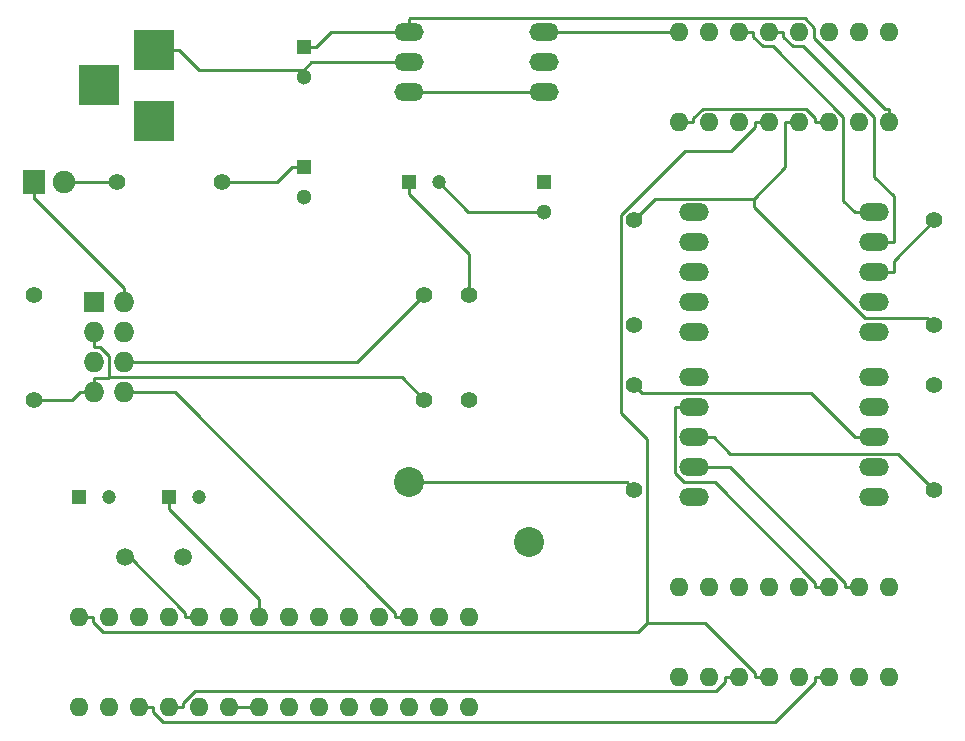
<source format=gbr>
G04 #@! TF.FileFunction,Copper,L1,Top,Signal*
%FSLAX46Y46*%
G04 Gerber Fmt 4.6, Leading zero omitted, Abs format (unit mm)*
G04 Created by KiCad (PCBNEW 4.0.2-stable) date Sunday, 21 August 2016 'amt' 04:24:01*
%MOMM*%
G01*
G04 APERTURE LIST*
%ADD10C,0.100000*%
%ADD11O,2.499360X1.501140*%
%ADD12R,3.500120X3.500120*%
%ADD13C,1.300000*%
%ADD14R,1.300000X1.300000*%
%ADD15R,1.200000X1.200000*%
%ADD16C,1.200000*%
%ADD17R,1.900000X2.000000*%
%ADD18C,1.900000*%
%ADD19O,2.524000X1.524000*%
%ADD20R,1.727200X1.727200*%
%ADD21O,1.727200X1.727200*%
%ADD22O,1.600000X1.600000*%
%ADD23C,1.397000*%
%ADD24C,2.540000*%
%ADD25C,1.501140*%
%ADD26C,0.250000*%
G04 APERTURE END LIST*
D10*
D11*
X92710000Y-77470000D03*
X92710000Y-74930000D03*
X92710000Y-80010000D03*
X104140000Y-77470000D03*
X104140000Y-74930000D03*
X104140000Y-80010000D03*
D12*
X71120000Y-82400140D03*
X71120000Y-76400660D03*
X66421000Y-79400400D03*
D13*
X83820000Y-78700000D03*
D14*
X83820000Y-76200000D03*
D13*
X83820000Y-88860000D03*
D14*
X83820000Y-86360000D03*
D15*
X92710000Y-87630000D03*
D16*
X95210000Y-87630000D03*
D13*
X104140000Y-90130000D03*
D14*
X104140000Y-87630000D03*
D15*
X64770000Y-114300000D03*
D16*
X67270000Y-114300000D03*
D15*
X72390000Y-114300000D03*
D16*
X74890000Y-114300000D03*
D17*
X60960000Y-87630000D03*
D18*
X63500000Y-87630000D03*
D19*
X116840000Y-90170000D03*
X116840000Y-92710000D03*
X116840000Y-95250000D03*
X116840000Y-97790000D03*
X116840000Y-100330000D03*
X132080000Y-100330000D03*
X132080000Y-97790000D03*
X132080000Y-95250000D03*
X132080000Y-92710000D03*
X132080000Y-90170000D03*
X116840000Y-104140000D03*
X116840000Y-106680000D03*
X116840000Y-109220000D03*
X116840000Y-111760000D03*
X116840000Y-114300000D03*
X132080000Y-114300000D03*
X132080000Y-111760000D03*
X132080000Y-109220000D03*
X132080000Y-106680000D03*
X132080000Y-104140000D03*
D20*
X66040000Y-97790000D03*
D21*
X68580000Y-97790000D03*
X66040000Y-100330000D03*
X68580000Y-100330000D03*
X66040000Y-102870000D03*
X68580000Y-102870000D03*
X66040000Y-105410000D03*
X68580000Y-105410000D03*
D22*
X97790000Y-124460000D03*
X95250000Y-124460000D03*
X92710000Y-124460000D03*
X90170000Y-124460000D03*
X87630000Y-124460000D03*
X85090000Y-124460000D03*
X82550000Y-124460000D03*
X80010000Y-124460000D03*
X77470000Y-124460000D03*
X74930000Y-124460000D03*
X72390000Y-124460000D03*
X69850000Y-124460000D03*
X67310000Y-124460000D03*
X64770000Y-124460000D03*
X64770000Y-132080000D03*
X67310000Y-132080000D03*
X69850000Y-132080000D03*
X72390000Y-132080000D03*
X74930000Y-132080000D03*
X77470000Y-132080000D03*
X80010000Y-132080000D03*
X82550000Y-132080000D03*
X85090000Y-132080000D03*
X87630000Y-132080000D03*
X90170000Y-132080000D03*
X92710000Y-132080000D03*
X95250000Y-132080000D03*
X97790000Y-132080000D03*
D23*
X67945000Y-87630000D03*
X76835000Y-87630000D03*
X97790000Y-97155000D03*
X97790000Y-106045000D03*
X137160000Y-99695000D03*
X137160000Y-90805000D03*
X111760000Y-90805000D03*
X111760000Y-99695000D03*
X111760000Y-113665000D03*
X111760000Y-104775000D03*
X137160000Y-104775000D03*
X137160000Y-113665000D03*
X93980000Y-106045000D03*
X93980000Y-97155000D03*
X60960000Y-97155000D03*
X60960000Y-106045000D03*
D22*
X133350000Y-74930000D03*
X130810000Y-74930000D03*
X128270000Y-74930000D03*
X125730000Y-74930000D03*
X123190000Y-74930000D03*
X120650000Y-74930000D03*
X118110000Y-74930000D03*
X115570000Y-74930000D03*
X115570000Y-82550000D03*
X118110000Y-82550000D03*
X120650000Y-82550000D03*
X123190000Y-82550000D03*
X125730000Y-82550000D03*
X128270000Y-82550000D03*
X130810000Y-82550000D03*
X133350000Y-82550000D03*
X133350000Y-121920000D03*
X130810000Y-121920000D03*
X128270000Y-121920000D03*
X125730000Y-121920000D03*
X123190000Y-121920000D03*
X120650000Y-121920000D03*
X118110000Y-121920000D03*
X115570000Y-121920000D03*
X115570000Y-129540000D03*
X118110000Y-129540000D03*
X120650000Y-129540000D03*
X123190000Y-129540000D03*
X125730000Y-129540000D03*
X128270000Y-129540000D03*
X130810000Y-129540000D03*
X133350000Y-129540000D03*
D24*
X102870000Y-118110000D03*
X92710000Y-113030000D03*
D25*
X73560940Y-119380000D03*
X68679060Y-119380000D03*
D26*
X115570000Y-74930000D02*
X104140000Y-74930000D01*
X61034200Y-89005300D02*
X60960000Y-89005300D01*
X68580000Y-96551100D02*
X61034200Y-89005300D01*
X68580000Y-97790000D02*
X68580000Y-96551100D01*
X60960000Y-87630000D02*
X60960000Y-89005300D01*
X71120000Y-76400700D02*
X73245400Y-76400700D01*
X83820000Y-78085000D02*
X83820000Y-78700000D01*
X84435000Y-77470000D02*
X83820000Y-78085000D01*
X92710000Y-77470000D02*
X84435000Y-77470000D01*
X74929700Y-78085000D02*
X73245400Y-76400700D01*
X83820000Y-78085000D02*
X74929700Y-78085000D01*
X80010000Y-122895300D02*
X72390000Y-115275300D01*
X80010000Y-124460000D02*
X80010000Y-122895300D01*
X72390000Y-114300000D02*
X72390000Y-115275300D01*
X97710000Y-90130000D02*
X95210000Y-87630000D01*
X104140000Y-90130000D02*
X97710000Y-90130000D01*
X111125000Y-113030000D02*
X111760000Y-113665000D01*
X92710000Y-113030000D02*
X111125000Y-113030000D01*
X125730000Y-82550000D02*
X124554700Y-82550000D01*
X113554700Y-89010300D02*
X121866000Y-89010300D01*
X111760000Y-90805000D02*
X113554700Y-89010300D01*
X124554700Y-86321600D02*
X121866000Y-89010300D01*
X124554700Y-82550000D02*
X124554700Y-86321600D01*
X136583600Y-99118600D02*
X137160000Y-99695000D01*
X131267300Y-99118600D02*
X136583600Y-99118600D01*
X121866000Y-89717300D02*
X131267300Y-99118600D01*
X121866000Y-89010300D02*
X121866000Y-89717300D01*
X86115300Y-74930000D02*
X84845300Y-76200000D01*
X92710000Y-74930000D02*
X86115300Y-74930000D01*
X83820000Y-76200000D02*
X84845300Y-76200000D01*
X92765300Y-73748800D02*
X92710000Y-73804100D01*
X126230100Y-73748800D02*
X92765300Y-73748800D01*
X127000000Y-74518700D02*
X126230100Y-73748800D01*
X127000000Y-75392000D02*
X127000000Y-74518700D01*
X132982700Y-81374700D02*
X127000000Y-75392000D01*
X133350000Y-81374700D02*
X132982700Y-81374700D01*
X133350000Y-82550000D02*
X133350000Y-81374700D01*
X92710000Y-74930000D02*
X92710000Y-73804100D01*
X81524700Y-87630000D02*
X82794700Y-86360000D01*
X76835000Y-87630000D02*
X81524700Y-87630000D01*
X83820000Y-86360000D02*
X82794700Y-86360000D01*
X80010000Y-132080000D02*
X77470000Y-132080000D01*
X104140000Y-80010000D02*
X92710000Y-80010000D01*
X97790000Y-93685300D02*
X92710000Y-88605300D01*
X97790000Y-97155000D02*
X97790000Y-93685300D01*
X92710000Y-87630000D02*
X92710000Y-88605300D01*
X66040000Y-105410000D02*
X66040000Y-104171100D01*
X66040000Y-100330000D02*
X66040000Y-101568900D01*
X66553400Y-101568900D02*
X66040000Y-101568900D01*
X67310000Y-102325500D02*
X66553400Y-101568900D01*
X67310000Y-104140000D02*
X67310000Y-102325500D01*
X67278900Y-104171100D02*
X67310000Y-104140000D01*
X66040000Y-104171100D02*
X67278900Y-104171100D01*
X92075000Y-104140000D02*
X93980000Y-106045000D01*
X67310000Y-104140000D02*
X92075000Y-104140000D01*
X64166100Y-106045000D02*
X64801100Y-105410000D01*
X60960000Y-106045000D02*
X64166100Y-106045000D01*
X66040000Y-105410000D02*
X64801100Y-105410000D01*
X73754700Y-124093600D02*
X73754700Y-124460000D01*
X69041100Y-119380000D02*
X73754700Y-124093600D01*
X68679100Y-119380000D02*
X69041100Y-119380000D01*
X74930000Y-124460000D02*
X73754700Y-124460000D01*
X67945000Y-87630000D02*
X63500000Y-87630000D01*
X133717300Y-94247700D02*
X133717300Y-95250000D01*
X137160000Y-90805000D02*
X133717300Y-94247700D01*
X132080000Y-95250000D02*
X133717300Y-95250000D01*
X133717300Y-88792000D02*
X133717300Y-92710000D01*
X132080000Y-87154700D02*
X133717300Y-88792000D01*
X132080000Y-82132700D02*
X132080000Y-87154700D01*
X126052600Y-76105300D02*
X132080000Y-82132700D01*
X125173200Y-76105300D02*
X126052600Y-76105300D01*
X124365300Y-75297400D02*
X125173200Y-76105300D01*
X124365300Y-74930000D02*
X124365300Y-75297400D01*
X123190000Y-74930000D02*
X124365300Y-74930000D01*
X132080000Y-92710000D02*
X133717300Y-92710000D01*
X129453300Y-89180600D02*
X130442700Y-90170000D01*
X129453300Y-82059500D02*
X129453300Y-89180600D01*
X123499100Y-76105300D02*
X129453300Y-82059500D01*
X122633200Y-76105300D02*
X123499100Y-76105300D01*
X121825300Y-75297400D02*
X122633200Y-76105300D01*
X121825300Y-74930000D02*
X121825300Y-75297400D01*
X120650000Y-74930000D02*
X121825300Y-74930000D01*
X132080000Y-90170000D02*
X130442700Y-90170000D01*
X115202700Y-112232900D02*
X115202700Y-106680000D01*
X115999800Y-113030000D02*
X115202700Y-112232900D01*
X118572000Y-113030000D02*
X115999800Y-113030000D01*
X127094700Y-121552700D02*
X118572000Y-113030000D01*
X127094700Y-121920000D02*
X127094700Y-121552700D01*
X128270000Y-121920000D02*
X127094700Y-121920000D01*
X116840000Y-106680000D02*
X115202700Y-106680000D01*
X119879900Y-110622600D02*
X118477300Y-109220000D01*
X134117600Y-110622600D02*
X119879900Y-110622600D01*
X137160000Y-113665000D02*
X134117600Y-110622600D01*
X116840000Y-109220000D02*
X118477300Y-109220000D01*
X119842000Y-111760000D02*
X116840000Y-111760000D01*
X129634700Y-121552700D02*
X119842000Y-111760000D01*
X129634700Y-121920000D02*
X129634700Y-121552700D01*
X130810000Y-121920000D02*
X129634700Y-121920000D01*
X126691400Y-105468700D02*
X130442700Y-109220000D01*
X112453700Y-105468700D02*
X126691400Y-105468700D01*
X111760000Y-104775000D02*
X112453700Y-105468700D01*
X132080000Y-109220000D02*
X130442700Y-109220000D01*
X88265000Y-102870000D02*
X68580000Y-102870000D01*
X93980000Y-97155000D02*
X88265000Y-102870000D01*
X72852000Y-105410000D02*
X68580000Y-105410000D01*
X91534700Y-124092700D02*
X72852000Y-105410000D01*
X91534700Y-124460000D02*
X91534700Y-124092700D01*
X92710000Y-124460000D02*
X91534700Y-124460000D01*
X123190000Y-129540000D02*
X122014700Y-129540000D01*
X64770000Y-124460000D02*
X65945300Y-124460000D01*
X117746600Y-124904500D02*
X112865800Y-124904500D01*
X122014700Y-129172600D02*
X117746600Y-124904500D01*
X122014700Y-129540000D02*
X122014700Y-129172600D01*
X65945300Y-124825300D02*
X65945300Y-124460000D01*
X66774800Y-125654800D02*
X65945300Y-124825300D01*
X112115500Y-125654800D02*
X66774800Y-125654800D01*
X112865800Y-124904500D02*
X112115500Y-125654800D01*
X122014700Y-82915300D02*
X122014700Y-82550000D01*
X119971000Y-84959000D02*
X122014700Y-82915300D01*
X116075800Y-84959000D02*
X119971000Y-84959000D01*
X110639500Y-90395300D02*
X116075800Y-84959000D01*
X110639500Y-107110600D02*
X110639500Y-90395300D01*
X112865800Y-109336900D02*
X110639500Y-107110600D01*
X112865800Y-124904500D02*
X112865800Y-109336900D01*
X123190000Y-82550000D02*
X122014700Y-82550000D01*
X116745300Y-82184700D02*
X116745300Y-82550000D01*
X117555300Y-81374700D02*
X116745300Y-82184700D01*
X126286800Y-81374700D02*
X117555300Y-81374700D01*
X127094700Y-82182600D02*
X126286800Y-81374700D01*
X127094700Y-82550000D02*
X127094700Y-82182600D01*
X128270000Y-82550000D02*
X127094700Y-82550000D01*
X115570000Y-82550000D02*
X116745300Y-82550000D01*
X71025300Y-132445300D02*
X71025300Y-132080000D01*
X71881700Y-133301700D02*
X71025300Y-132445300D01*
X123700300Y-133301700D02*
X71881700Y-133301700D01*
X127094700Y-129907300D02*
X123700300Y-133301700D01*
X127094700Y-129540000D02*
X127094700Y-129907300D01*
X128270000Y-129540000D02*
X127094700Y-129540000D01*
X69850000Y-132080000D02*
X71025300Y-132080000D01*
X120650000Y-129540000D02*
X119474700Y-129540000D01*
X72390000Y-132080000D02*
X73565300Y-132080000D01*
X119474700Y-129907400D02*
X119474700Y-129540000D01*
X118666800Y-130715300D02*
X119474700Y-129907400D01*
X74564700Y-130715300D02*
X118666800Y-130715300D01*
X73565300Y-131714700D02*
X74564700Y-130715300D01*
X73565300Y-132080000D02*
X73565300Y-131714700D01*
M02*

</source>
